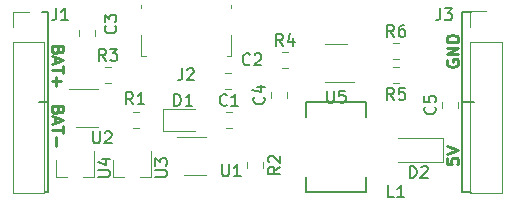
<source format=gbr>
G04 #@! TF.GenerationSoftware,KiCad,Pcbnew,(5.0.1)-3*
G04 #@! TF.CreationDate,2019-09-21T13:45:32-04:00*
G04 #@! TF.ProjectId,BMS Board Rev2,424D5320426F61726420526576322E6B,rev?*
G04 #@! TF.SameCoordinates,Original*
G04 #@! TF.FileFunction,Legend,Top*
G04 #@! TF.FilePolarity,Positive*
%FSLAX46Y46*%
G04 Gerber Fmt 4.6, Leading zero omitted, Abs format (unit mm)*
G04 Created by KiCad (PCBNEW (5.0.1)-3) date 9/21/2019 1:45:32 PM*
%MOMM*%
%LPD*%
G01*
G04 APERTURE LIST*
%ADD10C,0.250000*%
%ADD11C,0.200000*%
%ADD12C,0.120000*%
%ADD13C,0.150000*%
G04 APERTURE END LIST*
D10*
X99274380Y-54800476D02*
X99274380Y-55276666D01*
X99750571Y-55324285D01*
X99702952Y-55276666D01*
X99655333Y-55181428D01*
X99655333Y-54943333D01*
X99702952Y-54848095D01*
X99750571Y-54800476D01*
X99845809Y-54752857D01*
X100083904Y-54752857D01*
X100179142Y-54800476D01*
X100226761Y-54848095D01*
X100274380Y-54943333D01*
X100274380Y-55181428D01*
X100226761Y-55276666D01*
X100179142Y-55324285D01*
X99274380Y-54467142D02*
X100274380Y-54133809D01*
X99274380Y-53800476D01*
X99322000Y-46481904D02*
X99274380Y-46577142D01*
X99274380Y-46720000D01*
X99322000Y-46862857D01*
X99417238Y-46958095D01*
X99512476Y-47005714D01*
X99702952Y-47053333D01*
X99845809Y-47053333D01*
X100036285Y-47005714D01*
X100131523Y-46958095D01*
X100226761Y-46862857D01*
X100274380Y-46720000D01*
X100274380Y-46624761D01*
X100226761Y-46481904D01*
X100179142Y-46434285D01*
X99845809Y-46434285D01*
X99845809Y-46624761D01*
X100274380Y-46005714D02*
X99274380Y-46005714D01*
X100274380Y-45434285D01*
X99274380Y-45434285D01*
X100274380Y-44958095D02*
X99274380Y-44958095D01*
X99274380Y-44720000D01*
X99322000Y-44577142D01*
X99417238Y-44481904D01*
X99512476Y-44434285D01*
X99702952Y-44386666D01*
X99845809Y-44386666D01*
X100036285Y-44434285D01*
X100131523Y-44481904D01*
X100226761Y-44577142D01*
X100274380Y-44720000D01*
X100274380Y-44958095D01*
D11*
X100584000Y-50038000D02*
X101600000Y-50038000D01*
X100584000Y-57658000D02*
X101346000Y-57658000D01*
X100584000Y-42418000D02*
X100584000Y-57658000D01*
X101346000Y-42418000D02*
X100584000Y-42418000D01*
D10*
X66365428Y-50712857D02*
X66317809Y-50855714D01*
X66270190Y-50903333D01*
X66174952Y-50950952D01*
X66032095Y-50950952D01*
X65936857Y-50903333D01*
X65889238Y-50855714D01*
X65841619Y-50760476D01*
X65841619Y-50379523D01*
X66841619Y-50379523D01*
X66841619Y-50712857D01*
X66794000Y-50808095D01*
X66746380Y-50855714D01*
X66651142Y-50903333D01*
X66555904Y-50903333D01*
X66460666Y-50855714D01*
X66413047Y-50808095D01*
X66365428Y-50712857D01*
X66365428Y-50379523D01*
X66127333Y-51331904D02*
X66127333Y-51808095D01*
X65841619Y-51236666D02*
X66841619Y-51570000D01*
X65841619Y-51903333D01*
X66841619Y-52093809D02*
X66841619Y-52665238D01*
X65841619Y-52379523D02*
X66841619Y-52379523D01*
X66222571Y-52998571D02*
X66222571Y-53760476D01*
X66365428Y-45632857D02*
X66317809Y-45775714D01*
X66270190Y-45823333D01*
X66174952Y-45870952D01*
X66032095Y-45870952D01*
X65936857Y-45823333D01*
X65889238Y-45775714D01*
X65841619Y-45680476D01*
X65841619Y-45299523D01*
X66841619Y-45299523D01*
X66841619Y-45632857D01*
X66794000Y-45728095D01*
X66746380Y-45775714D01*
X66651142Y-45823333D01*
X66555904Y-45823333D01*
X66460666Y-45775714D01*
X66413047Y-45728095D01*
X66365428Y-45632857D01*
X66365428Y-45299523D01*
X66127333Y-46251904D02*
X66127333Y-46728095D01*
X65841619Y-46156666D02*
X66841619Y-46490000D01*
X65841619Y-46823333D01*
X66841619Y-47013809D02*
X66841619Y-47585238D01*
X65841619Y-47299523D02*
X66841619Y-47299523D01*
X66222571Y-47918571D02*
X66222571Y-48680476D01*
X65841619Y-48299523D02*
X66603523Y-48299523D01*
D11*
X64770000Y-50038000D02*
X65532000Y-50038000D01*
X65278000Y-57658000D02*
X65532000Y-57658000D01*
X65532000Y-42418000D02*
X65532000Y-57658000D01*
X65024000Y-42418000D02*
X65532000Y-42418000D01*
D12*
G04 #@! TO.C,C3*
X68124000Y-43937422D02*
X68124000Y-44454578D01*
X69544000Y-43937422D02*
X69544000Y-44454578D01*
G04 #@! TO.C,J2*
X73406000Y-46160000D02*
X73786000Y-46160000D01*
X73406000Y-42110000D02*
X73406000Y-41850000D01*
X73406000Y-46160000D02*
X73406000Y-44390000D01*
X81026000Y-46160000D02*
X80646000Y-46160000D01*
X81026000Y-44390000D02*
X81026000Y-46160000D01*
X81026000Y-41850000D02*
X81026000Y-42110000D01*
G04 #@! TO.C,J3*
X101286000Y-57718000D02*
X103946000Y-57718000D01*
X101286000Y-44958000D02*
X101286000Y-57718000D01*
X103946000Y-44958000D02*
X103946000Y-57718000D01*
X101286000Y-44958000D02*
X103946000Y-44958000D01*
X101286000Y-43688000D02*
X101286000Y-42358000D01*
X101286000Y-42358000D02*
X102616000Y-42358000D01*
D13*
G04 #@! TO.C,L1*
X92456000Y-56388000D02*
X92456000Y-57658000D01*
X92456000Y-57658000D02*
X87376000Y-57658000D01*
X87376000Y-57658000D02*
X87376000Y-56388000D01*
X92456000Y-51308000D02*
X92456000Y-50038000D01*
X92456000Y-50038000D02*
X87376000Y-50038000D01*
X87376000Y-50038000D02*
X87376000Y-51308000D01*
D12*
G04 #@! TO.C,C1*
X80591922Y-50852000D02*
X81109078Y-50852000D01*
X80591922Y-52272000D02*
X81109078Y-52272000D01*
G04 #@! TO.C,C2*
X81030578Y-47550000D02*
X80513422Y-47550000D01*
X81030578Y-48970000D02*
X80513422Y-48970000D01*
G04 #@! TO.C,C4*
X85800000Y-49710078D02*
X85800000Y-49192922D01*
X84380000Y-49710078D02*
X84380000Y-49192922D01*
G04 #@! TO.C,C5*
X98858000Y-50550578D02*
X98858000Y-50033422D01*
X100278000Y-50550578D02*
X100278000Y-50033422D01*
G04 #@! TO.C,J1*
X62565001Y-57765001D02*
X65225001Y-57765001D01*
X62565001Y-45005001D02*
X62565001Y-57765001D01*
X65225001Y-45005001D02*
X65225001Y-57765001D01*
X62565001Y-45005001D02*
X65225001Y-45005001D01*
X62565001Y-43735001D02*
X62565001Y-42405001D01*
X62565001Y-42405001D02*
X63895001Y-42405001D01*
G04 #@! TO.C,D2*
X98974000Y-55102000D02*
X98974000Y-53102000D01*
X98974000Y-53102000D02*
X95124000Y-53102000D01*
X98974000Y-55102000D02*
X95124000Y-55102000D01*
G04 #@! TO.C,D1*
X77962000Y-50602000D02*
X75277000Y-50602000D01*
X75277000Y-50602000D02*
X75277000Y-52522000D01*
X75277000Y-52522000D02*
X77962000Y-52522000D01*
G04 #@! TO.C,U4*
X66238000Y-56386000D02*
X66238000Y-54926000D01*
X69398000Y-56386000D02*
X69398000Y-54226000D01*
X69398000Y-56386000D02*
X68468000Y-56386000D01*
X66238000Y-56386000D02*
X67168000Y-56386000D01*
G04 #@! TO.C,U3*
X71064000Y-56386000D02*
X71994000Y-56386000D01*
X74224000Y-56386000D02*
X73294000Y-56386000D01*
X74224000Y-56386000D02*
X74224000Y-54226000D01*
X71064000Y-56386000D02*
X71064000Y-54926000D01*
G04 #@! TO.C,U2*
X67934000Y-52156000D02*
X69734000Y-52156000D01*
X69734000Y-48936000D02*
X67284000Y-48936000D01*
G04 #@! TO.C,U1*
X78878000Y-53000000D02*
X76428000Y-53000000D01*
X77078000Y-56220000D02*
X78878000Y-56220000D01*
G04 #@! TO.C,U5*
X90816000Y-45126000D02*
X89016000Y-45126000D01*
X89016000Y-48346000D02*
X91466000Y-48346000D01*
G04 #@! TO.C,R5*
X95254578Y-47042000D02*
X94737422Y-47042000D01*
X95254578Y-48462000D02*
X94737422Y-48462000D01*
G04 #@! TO.C,R6*
X94737422Y-45010000D02*
X95254578Y-45010000D01*
X94737422Y-46430000D02*
X95254578Y-46430000D01*
G04 #@! TO.C,R1*
X73235078Y-50852000D02*
X72717922Y-50852000D01*
X73235078Y-52272000D02*
X72717922Y-52272000D01*
G04 #@! TO.C,R2*
X83768000Y-55113422D02*
X83768000Y-55630578D01*
X82348000Y-55113422D02*
X82348000Y-55630578D01*
G04 #@! TO.C,R3*
X70353422Y-48462000D02*
X70870578Y-48462000D01*
X70353422Y-47042000D02*
X70870578Y-47042000D01*
G04 #@! TO.C,R4*
X85339422Y-45772000D02*
X85856578Y-45772000D01*
X85339422Y-47192000D02*
X85856578Y-47192000D01*
G04 #@! TO.C,C3*
D13*
X71223142Y-43600666D02*
X71270761Y-43648285D01*
X71318380Y-43791142D01*
X71318380Y-43886380D01*
X71270761Y-44029238D01*
X71175523Y-44124476D01*
X71080285Y-44172095D01*
X70889809Y-44219714D01*
X70746952Y-44219714D01*
X70556476Y-44172095D01*
X70461238Y-44124476D01*
X70366000Y-44029238D01*
X70318380Y-43886380D01*
X70318380Y-43791142D01*
X70366000Y-43648285D01*
X70413619Y-43600666D01*
X70318380Y-43267333D02*
X70318380Y-42648285D01*
X70699333Y-42981619D01*
X70699333Y-42838761D01*
X70746952Y-42743523D01*
X70794571Y-42695904D01*
X70889809Y-42648285D01*
X71127904Y-42648285D01*
X71223142Y-42695904D01*
X71270761Y-42743523D01*
X71318380Y-42838761D01*
X71318380Y-43124476D01*
X71270761Y-43219714D01*
X71223142Y-43267333D01*
G04 #@! TO.C,J2*
X76882666Y-47202380D02*
X76882666Y-47916666D01*
X76835047Y-48059523D01*
X76739809Y-48154761D01*
X76596952Y-48202380D01*
X76501714Y-48202380D01*
X77311238Y-47297619D02*
X77358857Y-47250000D01*
X77454095Y-47202380D01*
X77692190Y-47202380D01*
X77787428Y-47250000D01*
X77835047Y-47297619D01*
X77882666Y-47392857D01*
X77882666Y-47488095D01*
X77835047Y-47630952D01*
X77263619Y-48202380D01*
X77882666Y-48202380D01*
G04 #@! TO.C,J3*
X98726666Y-42124380D02*
X98726666Y-42838666D01*
X98679047Y-42981523D01*
X98583809Y-43076761D01*
X98440952Y-43124380D01*
X98345714Y-43124380D01*
X99107619Y-42124380D02*
X99726666Y-42124380D01*
X99393333Y-42505333D01*
X99536190Y-42505333D01*
X99631428Y-42552952D01*
X99679047Y-42600571D01*
X99726666Y-42695809D01*
X99726666Y-42933904D01*
X99679047Y-43029142D01*
X99631428Y-43076761D01*
X99536190Y-43124380D01*
X99250476Y-43124380D01*
X99155238Y-43076761D01*
X99107619Y-43029142D01*
G04 #@! TO.C,L1*
X94829333Y-58110380D02*
X94353142Y-58110380D01*
X94353142Y-57110380D01*
X95686476Y-58110380D02*
X95115047Y-58110380D01*
X95400761Y-58110380D02*
X95400761Y-57110380D01*
X95305523Y-57253238D01*
X95210285Y-57348476D01*
X95115047Y-57396095D01*
G04 #@! TO.C,C1*
X80683833Y-50269142D02*
X80636214Y-50316761D01*
X80493357Y-50364380D01*
X80398119Y-50364380D01*
X80255261Y-50316761D01*
X80160023Y-50221523D01*
X80112404Y-50126285D01*
X80064785Y-49935809D01*
X80064785Y-49792952D01*
X80112404Y-49602476D01*
X80160023Y-49507238D01*
X80255261Y-49412000D01*
X80398119Y-49364380D01*
X80493357Y-49364380D01*
X80636214Y-49412000D01*
X80683833Y-49459619D01*
X81636214Y-50364380D02*
X81064785Y-50364380D01*
X81350500Y-50364380D02*
X81350500Y-49364380D01*
X81255261Y-49507238D01*
X81160023Y-49602476D01*
X81064785Y-49650095D01*
G04 #@! TO.C,C2*
X82637333Y-46839142D02*
X82589714Y-46886761D01*
X82446857Y-46934380D01*
X82351619Y-46934380D01*
X82208761Y-46886761D01*
X82113523Y-46791523D01*
X82065904Y-46696285D01*
X82018285Y-46505809D01*
X82018285Y-46362952D01*
X82065904Y-46172476D01*
X82113523Y-46077238D01*
X82208761Y-45982000D01*
X82351619Y-45934380D01*
X82446857Y-45934380D01*
X82589714Y-45982000D01*
X82637333Y-46029619D01*
X83018285Y-46029619D02*
X83065904Y-45982000D01*
X83161142Y-45934380D01*
X83399238Y-45934380D01*
X83494476Y-45982000D01*
X83542095Y-46029619D01*
X83589714Y-46124857D01*
X83589714Y-46220095D01*
X83542095Y-46362952D01*
X82970666Y-46934380D01*
X83589714Y-46934380D01*
G04 #@! TO.C,C4*
X83797142Y-49618166D02*
X83844761Y-49665785D01*
X83892380Y-49808642D01*
X83892380Y-49903880D01*
X83844761Y-50046738D01*
X83749523Y-50141976D01*
X83654285Y-50189595D01*
X83463809Y-50237214D01*
X83320952Y-50237214D01*
X83130476Y-50189595D01*
X83035238Y-50141976D01*
X82940000Y-50046738D01*
X82892380Y-49903880D01*
X82892380Y-49808642D01*
X82940000Y-49665785D01*
X82987619Y-49618166D01*
X83225714Y-48761023D02*
X83892380Y-48761023D01*
X82844761Y-48999119D02*
X83559047Y-49237214D01*
X83559047Y-48618166D01*
G04 #@! TO.C,C5*
X98275142Y-50458666D02*
X98322761Y-50506285D01*
X98370380Y-50649142D01*
X98370380Y-50744380D01*
X98322761Y-50887238D01*
X98227523Y-50982476D01*
X98132285Y-51030095D01*
X97941809Y-51077714D01*
X97798952Y-51077714D01*
X97608476Y-51030095D01*
X97513238Y-50982476D01*
X97418000Y-50887238D01*
X97370380Y-50744380D01*
X97370380Y-50649142D01*
X97418000Y-50506285D01*
X97465619Y-50458666D01*
X97370380Y-49553904D02*
X97370380Y-50030095D01*
X97846571Y-50077714D01*
X97798952Y-50030095D01*
X97751333Y-49934857D01*
X97751333Y-49696761D01*
X97798952Y-49601523D01*
X97846571Y-49553904D01*
X97941809Y-49506285D01*
X98179904Y-49506285D01*
X98275142Y-49553904D01*
X98322761Y-49601523D01*
X98370380Y-49696761D01*
X98370380Y-49934857D01*
X98322761Y-50030095D01*
X98275142Y-50077714D01*
G04 #@! TO.C,J1*
X66214666Y-42124380D02*
X66214666Y-42838666D01*
X66167047Y-42981523D01*
X66071809Y-43076761D01*
X65928952Y-43124380D01*
X65833714Y-43124380D01*
X67214666Y-43124380D02*
X66643238Y-43124380D01*
X66928952Y-43124380D02*
X66928952Y-42124380D01*
X66833714Y-42267238D01*
X66738476Y-42362476D01*
X66643238Y-42410095D01*
G04 #@! TO.C,D2*
X96162904Y-56459380D02*
X96162904Y-55459380D01*
X96401000Y-55459380D01*
X96543857Y-55507000D01*
X96639095Y-55602238D01*
X96686714Y-55697476D01*
X96734333Y-55887952D01*
X96734333Y-56030809D01*
X96686714Y-56221285D01*
X96639095Y-56316523D01*
X96543857Y-56411761D01*
X96401000Y-56459380D01*
X96162904Y-56459380D01*
X97115285Y-55554619D02*
X97162904Y-55507000D01*
X97258142Y-55459380D01*
X97496238Y-55459380D01*
X97591476Y-55507000D01*
X97639095Y-55554619D01*
X97686714Y-55649857D01*
X97686714Y-55745095D01*
X97639095Y-55887952D01*
X97067666Y-56459380D01*
X97686714Y-56459380D01*
G04 #@! TO.C,D1*
X76223904Y-50364380D02*
X76223904Y-49364380D01*
X76462000Y-49364380D01*
X76604857Y-49412000D01*
X76700095Y-49507238D01*
X76747714Y-49602476D01*
X76795333Y-49792952D01*
X76795333Y-49935809D01*
X76747714Y-50126285D01*
X76700095Y-50221523D01*
X76604857Y-50316761D01*
X76462000Y-50364380D01*
X76223904Y-50364380D01*
X77747714Y-50364380D02*
X77176285Y-50364380D01*
X77462000Y-50364380D02*
X77462000Y-49364380D01*
X77366761Y-49507238D01*
X77271523Y-49602476D01*
X77176285Y-49650095D01*
G04 #@! TO.C,U4*
X69770380Y-56387904D02*
X70579904Y-56387904D01*
X70675142Y-56340285D01*
X70722761Y-56292666D01*
X70770380Y-56197428D01*
X70770380Y-56006952D01*
X70722761Y-55911714D01*
X70675142Y-55864095D01*
X70579904Y-55816476D01*
X69770380Y-55816476D01*
X70103714Y-54911714D02*
X70770380Y-54911714D01*
X69722761Y-55149809D02*
X70437047Y-55387904D01*
X70437047Y-54768857D01*
G04 #@! TO.C,U3*
X74596380Y-56387904D02*
X75405904Y-56387904D01*
X75501142Y-56340285D01*
X75548761Y-56292666D01*
X75596380Y-56197428D01*
X75596380Y-56006952D01*
X75548761Y-55911714D01*
X75501142Y-55864095D01*
X75405904Y-55816476D01*
X74596380Y-55816476D01*
X74596380Y-55435523D02*
X74596380Y-54816476D01*
X74977333Y-55149809D01*
X74977333Y-55006952D01*
X75024952Y-54911714D01*
X75072571Y-54864095D01*
X75167809Y-54816476D01*
X75405904Y-54816476D01*
X75501142Y-54864095D01*
X75548761Y-54911714D01*
X75596380Y-55006952D01*
X75596380Y-55292666D01*
X75548761Y-55387904D01*
X75501142Y-55435523D01*
G04 #@! TO.C,U2*
X69342095Y-52538380D02*
X69342095Y-53347904D01*
X69389714Y-53443142D01*
X69437333Y-53490761D01*
X69532571Y-53538380D01*
X69723047Y-53538380D01*
X69818285Y-53490761D01*
X69865904Y-53443142D01*
X69913523Y-53347904D01*
X69913523Y-52538380D01*
X70342095Y-52633619D02*
X70389714Y-52586000D01*
X70484952Y-52538380D01*
X70723047Y-52538380D01*
X70818285Y-52586000D01*
X70865904Y-52633619D01*
X70913523Y-52728857D01*
X70913523Y-52824095D01*
X70865904Y-52966952D01*
X70294476Y-53538380D01*
X70913523Y-53538380D01*
G04 #@! TO.C,U1*
X80264095Y-55332380D02*
X80264095Y-56141904D01*
X80311714Y-56237142D01*
X80359333Y-56284761D01*
X80454571Y-56332380D01*
X80645047Y-56332380D01*
X80740285Y-56284761D01*
X80787904Y-56237142D01*
X80835523Y-56141904D01*
X80835523Y-55332380D01*
X81835523Y-56332380D02*
X81264095Y-56332380D01*
X81549809Y-56332380D02*
X81549809Y-55332380D01*
X81454571Y-55475238D01*
X81359333Y-55570476D01*
X81264095Y-55618095D01*
G04 #@! TO.C,U5*
X89154095Y-49088380D02*
X89154095Y-49897904D01*
X89201714Y-49993142D01*
X89249333Y-50040761D01*
X89344571Y-50088380D01*
X89535047Y-50088380D01*
X89630285Y-50040761D01*
X89677904Y-49993142D01*
X89725523Y-49897904D01*
X89725523Y-49088380D01*
X90677904Y-49088380D02*
X90201714Y-49088380D01*
X90154095Y-49564571D01*
X90201714Y-49516952D01*
X90296952Y-49469333D01*
X90535047Y-49469333D01*
X90630285Y-49516952D01*
X90677904Y-49564571D01*
X90725523Y-49659809D01*
X90725523Y-49897904D01*
X90677904Y-49993142D01*
X90630285Y-50040761D01*
X90535047Y-50088380D01*
X90296952Y-50088380D01*
X90201714Y-50040761D01*
X90154095Y-49993142D01*
G04 #@! TO.C,R5*
X94829333Y-49854380D02*
X94496000Y-49378190D01*
X94257904Y-49854380D02*
X94257904Y-48854380D01*
X94638857Y-48854380D01*
X94734095Y-48902000D01*
X94781714Y-48949619D01*
X94829333Y-49044857D01*
X94829333Y-49187714D01*
X94781714Y-49282952D01*
X94734095Y-49330571D01*
X94638857Y-49378190D01*
X94257904Y-49378190D01*
X95734095Y-48854380D02*
X95257904Y-48854380D01*
X95210285Y-49330571D01*
X95257904Y-49282952D01*
X95353142Y-49235333D01*
X95591238Y-49235333D01*
X95686476Y-49282952D01*
X95734095Y-49330571D01*
X95781714Y-49425809D01*
X95781714Y-49663904D01*
X95734095Y-49759142D01*
X95686476Y-49806761D01*
X95591238Y-49854380D01*
X95353142Y-49854380D01*
X95257904Y-49806761D01*
X95210285Y-49759142D01*
G04 #@! TO.C,R6*
X94829333Y-44522380D02*
X94496000Y-44046190D01*
X94257904Y-44522380D02*
X94257904Y-43522380D01*
X94638857Y-43522380D01*
X94734095Y-43570000D01*
X94781714Y-43617619D01*
X94829333Y-43712857D01*
X94829333Y-43855714D01*
X94781714Y-43950952D01*
X94734095Y-43998571D01*
X94638857Y-44046190D01*
X94257904Y-44046190D01*
X95686476Y-43522380D02*
X95496000Y-43522380D01*
X95400761Y-43570000D01*
X95353142Y-43617619D01*
X95257904Y-43760476D01*
X95210285Y-43950952D01*
X95210285Y-44331904D01*
X95257904Y-44427142D01*
X95305523Y-44474761D01*
X95400761Y-44522380D01*
X95591238Y-44522380D01*
X95686476Y-44474761D01*
X95734095Y-44427142D01*
X95781714Y-44331904D01*
X95781714Y-44093809D01*
X95734095Y-43998571D01*
X95686476Y-43950952D01*
X95591238Y-43903333D01*
X95400761Y-43903333D01*
X95305523Y-43950952D01*
X95257904Y-43998571D01*
X95210285Y-44093809D01*
G04 #@! TO.C,R1*
X72731333Y-50236380D02*
X72398000Y-49760190D01*
X72159904Y-50236380D02*
X72159904Y-49236380D01*
X72540857Y-49236380D01*
X72636095Y-49284000D01*
X72683714Y-49331619D01*
X72731333Y-49426857D01*
X72731333Y-49569714D01*
X72683714Y-49664952D01*
X72636095Y-49712571D01*
X72540857Y-49760190D01*
X72159904Y-49760190D01*
X73683714Y-50236380D02*
X73112285Y-50236380D01*
X73398000Y-50236380D02*
X73398000Y-49236380D01*
X73302761Y-49379238D01*
X73207523Y-49474476D01*
X73112285Y-49522095D01*
G04 #@! TO.C,R2*
X85160380Y-55538666D02*
X84684190Y-55872000D01*
X85160380Y-56110095D02*
X84160380Y-56110095D01*
X84160380Y-55729142D01*
X84208000Y-55633904D01*
X84255619Y-55586285D01*
X84350857Y-55538666D01*
X84493714Y-55538666D01*
X84588952Y-55586285D01*
X84636571Y-55633904D01*
X84684190Y-55729142D01*
X84684190Y-56110095D01*
X84255619Y-55157714D02*
X84208000Y-55110095D01*
X84160380Y-55014857D01*
X84160380Y-54776761D01*
X84208000Y-54681523D01*
X84255619Y-54633904D01*
X84350857Y-54586285D01*
X84446095Y-54586285D01*
X84588952Y-54633904D01*
X85160380Y-55205333D01*
X85160380Y-54586285D01*
G04 #@! TO.C,R3*
X70445333Y-46554380D02*
X70112000Y-46078190D01*
X69873904Y-46554380D02*
X69873904Y-45554380D01*
X70254857Y-45554380D01*
X70350095Y-45602000D01*
X70397714Y-45649619D01*
X70445333Y-45744857D01*
X70445333Y-45887714D01*
X70397714Y-45982952D01*
X70350095Y-46030571D01*
X70254857Y-46078190D01*
X69873904Y-46078190D01*
X70778666Y-45554380D02*
X71397714Y-45554380D01*
X71064380Y-45935333D01*
X71207238Y-45935333D01*
X71302476Y-45982952D01*
X71350095Y-46030571D01*
X71397714Y-46125809D01*
X71397714Y-46363904D01*
X71350095Y-46459142D01*
X71302476Y-46506761D01*
X71207238Y-46554380D01*
X70921523Y-46554380D01*
X70826285Y-46506761D01*
X70778666Y-46459142D01*
G04 #@! TO.C,R4*
X85431333Y-45284380D02*
X85098000Y-44808190D01*
X84859904Y-45284380D02*
X84859904Y-44284380D01*
X85240857Y-44284380D01*
X85336095Y-44332000D01*
X85383714Y-44379619D01*
X85431333Y-44474857D01*
X85431333Y-44617714D01*
X85383714Y-44712952D01*
X85336095Y-44760571D01*
X85240857Y-44808190D01*
X84859904Y-44808190D01*
X86288476Y-44617714D02*
X86288476Y-45284380D01*
X86050380Y-44236761D02*
X85812285Y-44951047D01*
X86431333Y-44951047D01*
G04 #@! TD*
M02*

</source>
